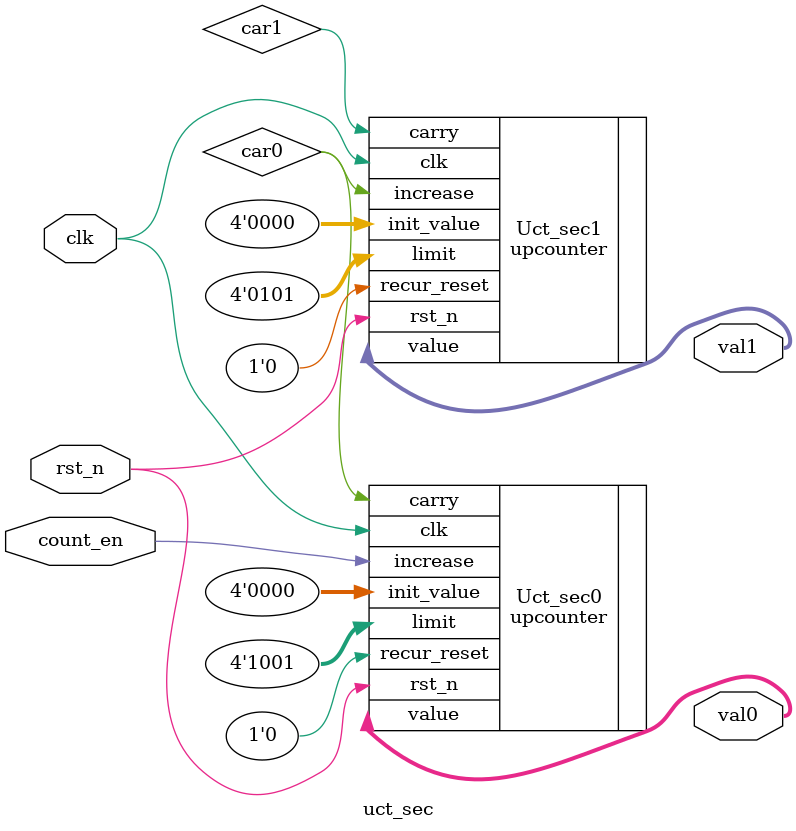
<source format=v>
`timescale 1ns / 1ps


module uct_sec(
    val0, 
    val1,
    clk, 
    rst_n,
    count_en
    );
    input clk;
    input rst_n;
    input count_en;

    output [3:0]val0, val1;
    wire car0, car1;

    upcounter Uct_sec0(
        .value(val0), 
        .carry(car0), 
        .clk(clk), 
        .rst_n(rst_n), 
        .increase(count_en), 
        .init_value(4'd0), 
        .limit(4'd9),
        .recur_reset(1'b0)
    );

    upcounter Uct_sec1(
        .value(val1), 
        .carry(car1), 
        .clk(clk), 
        .rst_n(rst_n), 
        .increase(car0), 
        .init_value(4'd0),
        .limit(4'd5),
        .recur_reset(1'b0)
    );
endmodule
</source>
